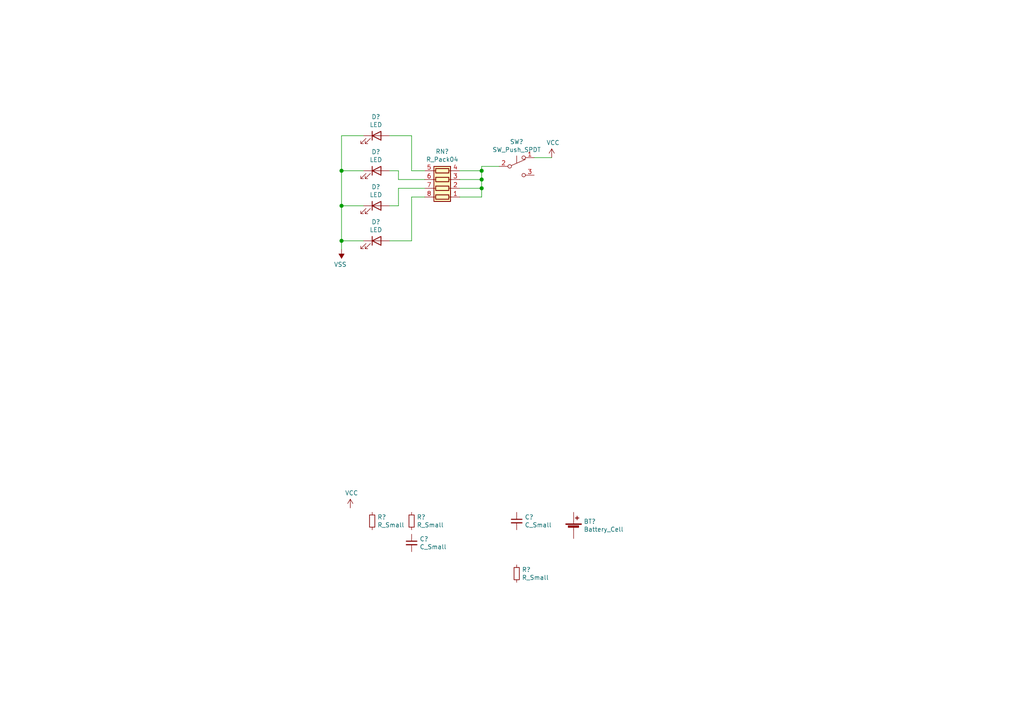
<source format=kicad_sch>
(kicad_sch (version 20200828) (generator eeschema)
  (page 1 1)
  (paper "A4")
  (lib_symbols
    (symbol "Device:Battery_Cell" (pin_numbers hide) (pin_names (offset 0) hide)
      (property "Reference" "BT" (at 2.54 2.54 0))
      (property "Value" "Battery_Cell" (at 2.54 0 0))
      (symbol "Battery_Cell_0_1"
        (rectangle (start -2.286 1.778) (end 2.286 1.524) (fill (type outline)))
        (rectangle (start -1.5748 1.1938) (end 1.4732 0.6858) (fill (type outline)))
        (polyline (pts (xy 0 0.762) (xy 0 0)))
        (polyline (pts (xy 0 1.778) (xy 0 2.54)))
        (polyline (pts (xy 0.508 3.429) (xy 1.524 3.429)) (stroke (width 0.254)))
        (polyline (pts (xy 1.016 3.937) (xy 1.016 2.921)) (stroke (width 0.254)))
      )
      (symbol "Battery_Cell_1_1"
        (pin passive line (at 0 5.08 270) (length 2.54) (name "+") (number "1"))
        (pin passive line (at 0 -2.54 90) (length 2.54) (name "-") (number "2"))
      )
    )
    (symbol "Device:C_Small" (pin_numbers hide) (pin_names (offset 0.254) hide)
      (property "Reference" "C" (at 0.254 1.778 0))
      (property "Value" "C_Small" (at 0.254 -2.032 0))
      (symbol "C_Small_0_1"
        (polyline (pts (xy -1.524 -0.508) (xy 1.524 -0.508)) (stroke (width 0.3302)))
        (polyline (pts (xy -1.524 0.508) (xy 1.524 0.508)) (stroke (width 0.3048)))
      )
      (symbol "C_Small_1_1"
        (pin passive line (at 0 2.54 270) (length 2.032) (name "~") (number "1"))
        (pin passive line (at 0 -2.54 90) (length 2.032) (name "~") (number "2"))
      )
    )
    (symbol "Device:LED" (pin_numbers hide) (pin_names (offset 1.016) hide)
      (property "Reference" "D" (at 0 2.54 0))
      (property "Value" "LED" (at 0 -2.54 0))
      (symbol "LED_0_1"
        (polyline (pts (xy -1.27 -1.27) (xy -1.27 1.27)) (stroke (width 0.254)))
        (polyline (pts (xy -1.27 0) (xy 1.27 0)))
        (polyline (pts (xy 1.27 -1.27) (xy 1.27 1.27) (xy -1.27 0) (xy 1.27 -1.27)) (stroke (width 0.254)))
        (polyline (pts (xy -3.048 -0.762) (xy -4.572 -2.286) (xy -3.81 -2.286) (xy -4.572 -2.286) (xy -4.572 -1.524)))
        (polyline (pts (xy -1.778 -0.762) (xy -3.302 -2.286) (xy -2.54 -2.286) (xy -3.302 -2.286) (xy -3.302 -1.524)))
      )
      (symbol "LED_1_1"
        (pin passive line (at -3.81 0 0) (length 2.54) (name "K") (number "1"))
        (pin passive line (at 3.81 0 180) (length 2.54) (name "A") (number "2"))
      )
    )
    (symbol "Device:R_Pack04" (pin_names (offset 0) hide)
      (property "Reference" "RN" (at -7.62 0 90))
      (property "Value" "R_Pack04" (at 5.08 0 90))
      (symbol "R_Pack04_0_1"
        (rectangle (start -3.175 1.905) (end -1.905 -1.905) (stroke (width 0.254)))
        (rectangle (start -5.715 1.905) (end -4.445 -1.905) (stroke (width 0.254)))
        (rectangle (start -0.635 1.905) (end 0.635 -1.905) (stroke (width 0.254)))
        (rectangle (start -6.35 -2.413) (end 3.81 2.413) (stroke (width 0.254)) (fill (type background)))
        (rectangle (start 1.905 1.905) (end 3.175 -1.905) (stroke (width 0.254)))
        (polyline (pts (xy -2.54 -2.54) (xy -2.54 -1.905)))
        (polyline (pts (xy -2.54 1.905) (xy -2.54 2.54)))
        (polyline (pts (xy -5.08 -2.54) (xy -5.08 -1.905)))
        (polyline (pts (xy -5.08 1.905) (xy -5.08 2.54)))
        (polyline (pts (xy 0 -2.54) (xy 0 -1.905)))
        (polyline (pts (xy 0 1.905) (xy 0 2.54)))
        (polyline (pts (xy 2.54 -2.54) (xy 2.54 -1.905)))
        (polyline (pts (xy 2.54 1.905) (xy 2.54 2.54)))
      )
      (symbol "R_Pack04_1_1"
        (pin passive line (at -5.08 -5.08 90) (length 2.54) (name "R1.1") (number "1"))
        (pin passive line (at -5.08 5.08 270) (length 2.54) (name "R1.2") (number "8"))
        (pin passive line (at -2.54 -5.08 90) (length 2.54) (name "R2.1") (number "2"))
        (pin passive line (at -2.54 5.08 270) (length 2.54) (name "R2.2") (number "7"))
        (pin passive line (at 0 -5.08 90) (length 2.54) (name "R3.1") (number "3"))
        (pin passive line (at 0 5.08 270) (length 2.54) (name "R3.2") (number "6"))
        (pin passive line (at 2.54 -5.08 90) (length 2.54) (name "R4.1") (number "4"))
        (pin passive line (at 2.54 5.08 270) (length 2.54) (name "R4.2") (number "5"))
      )
    )
    (symbol "Device:R_Small" (pin_numbers hide) (pin_names (offset 0.254) hide)
      (property "Reference" "R" (at 0.762 0.508 0))
      (property "Value" "R_Small" (at 0.762 -1.016 0))
      (symbol "R_Small_0_1"
        (rectangle (start -0.762 1.778) (end 0.762 -1.778) (stroke (width 0.2032)))
      )
      (symbol "R_Small_1_1"
        (pin passive line (at 0 2.54 270) (length 0.762) (name "~") (number "1"))
        (pin passive line (at 0 -2.54 90) (length 0.762) (name "~") (number "2"))
      )
    )
    (symbol "Switch:SW_Push_SPDT" (pin_names (offset 0) hide)
      (property "Reference" "SW" (at 0 4.318 0))
      (property "Value" "SW_Push_SPDT" (at 0 -5.08 0))
      (symbol "SW_Push_SPDT_0_0"
        (circle (center -2.032 0) (radius 0.508))
        (circle (center 2.032 -2.54) (radius 0.508))
        (polyline (pts (xy 0 1.016) (xy 0 3.048)))
      )
      (symbol "SW_Push_SPDT_0_1"
        (circle (center 2.032 2.54) (radius 0.508))
        (polyline (pts (xy -1.524 0.254) (xy 2.54 2.032)))
      )
      (symbol "SW_Push_SPDT_1_1"
        (pin passive line (at 5.08 2.54 180) (length 2.54) (name "A") (number "1"))
        (pin passive line (at -5.08 0 0) (length 2.54) (name "B") (number "2"))
        (pin passive line (at 5.08 -2.54 180) (length 2.54) (name "C") (number "3"))
      )
    )
    (symbol "power:VCC" (power) (pin_names (offset 0))
      (property "Value" "VCC" (at 0 3.81 0))
      (symbol "VCC_0_1"
        (polyline (pts (xy -0.762 1.27) (xy 0 2.54)))
        (polyline (pts (xy 0 0) (xy 0 2.54)))
        (polyline (pts (xy 0 2.54) (xy 0.762 1.27)))
      )
      (symbol "VCC_1_1"
        (pin power_in line (at 0 0 90) (length 0) hide (name "VCC") (number "1"))
      )
    )
    (symbol "power:VSS" (power) (pin_names (offset 0))
      (property "Value" "VSS" (at 0 3.81 0))
      (symbol "VSS_0_1"
        (polyline (pts (xy 0 0) (xy 0 2.54)))
        (polyline (pts (xy 0.762 1.27) (xy -0.762 1.27) (xy 0 2.54) (xy 0.762 1.27)) (fill (type outline)))
      )
      (symbol "VSS_1_1"
        (pin power_in line (at 0 0 90) (length 0) hide (name "VSS") (number "1"))
      )
    )
  )
  (junction (at 99.06 49.53) (diameter 1.016))
  (junction (at 99.06 59.69) (diameter 1.016))
  (junction (at 99.06 69.85) (diameter 1.016))
  (junction (at 139.7 49.53) (diameter 1.016))
  (junction (at 139.7 52.07) (diameter 1.016))
  (junction (at 139.7 54.61) (diameter 1.016))
  (wire (pts (xy 99.06 39.37) (xy 99.06 49.53)))
  (wire (pts (xy 99.06 49.53) (xy 99.06 59.69)))
  (wire (pts (xy 99.06 49.53) (xy 105.41 49.53)))
  (wire (pts (xy 99.06 59.69) (xy 99.06 69.85)))
  (wire (pts (xy 99.06 59.69) (xy 105.41 59.69)))
  (wire (pts (xy 99.06 69.85) (xy 99.06 72.39)))
  (wire (pts (xy 99.06 69.85) (xy 105.41 69.85)))
  (wire (pts (xy 105.41 39.37) (xy 99.06 39.37)))
  (wire (pts (xy 113.03 39.37) (xy 119.38 39.37)))
  (wire (pts (xy 113.03 49.53) (xy 115.57 49.53)))
  (wire (pts (xy 113.03 69.85) (xy 119.38 69.85)))
  (wire (pts (xy 115.57 49.53) (xy 115.57 52.07)))
  (wire (pts (xy 115.57 52.07) (xy 123.19 52.07)))
  (wire (pts (xy 115.57 54.61) (xy 115.57 59.69)))
  (wire (pts (xy 115.57 59.69) (xy 113.03 59.69)))
  (wire (pts (xy 119.38 39.37) (xy 119.38 49.53)))
  (wire (pts (xy 119.38 49.53) (xy 123.19 49.53)))
  (wire (pts (xy 119.38 57.15) (xy 119.38 69.85)))
  (wire (pts (xy 123.19 54.61) (xy 115.57 54.61)))
  (wire (pts (xy 123.19 57.15) (xy 119.38 57.15)))
  (wire (pts (xy 133.35 52.07) (xy 139.7 52.07)))
  (wire (pts (xy 133.35 54.61) (xy 139.7 54.61)))
  (wire (pts (xy 133.35 57.15) (xy 139.7 57.15)))
  (wire (pts (xy 139.7 48.26) (xy 139.7 49.53)))
  (wire (pts (xy 139.7 48.26) (xy 144.78 48.26)))
  (wire (pts (xy 139.7 49.53) (xy 133.35 49.53)))
  (wire (pts (xy 139.7 49.53) (xy 139.7 52.07)))
  (wire (pts (xy 139.7 52.07) (xy 139.7 54.61)))
  (wire (pts (xy 139.7 54.61) (xy 139.7 57.15)))
  (wire (pts (xy 154.94 45.72) (xy 160.02 45.72)))
  (symbol (lib_id "power:VSS") (at 99.06 72.39 180) (unit 1)
    (property "Reference" "#PWR?" (effects hide))
    (property "Value" "VSS" (at 98.6917 76.7144 0))
  )
  (symbol (lib_id "power:VCC") (at 101.6 147.32 0) (unit 1)
    (property "Reference" "#PWR?" (effects hide))
    (property "Value" "VCC" (at 101.9683 142.9956 0))
  )
  (symbol (lib_id "power:VCC") (at 160.02 45.72 0) (unit 1)
    (property "Reference" "#PWR?" (effects hide))
    (property "Value" "VCC" (at 160.3883 41.3956 0))
  )
  (symbol (lib_id "Device:R_Small") (at 107.95 151.13 0) (unit 1)
    (property "Reference" "R?" (at 109.4487 149.9806 0) (effects (justify left)))
    (property "Value" "R_Small" (at 109.4487 152.2793 0) (effects (justify left)))
  )
  (symbol (lib_id "Device:R_Small") (at 119.38 151.13 0) (unit 1)
    (property "Reference" "R?" (at 120.8787 149.9806 0) (effects (justify left)))
    (property "Value" "R_Small" (at 120.8787 152.2793 0) (effects (justify left)))
  )
  (symbol (lib_id "Device:R_Small") (at 149.86 166.37 0) (unit 1)
    (property "Reference" "R?" (at 151.3587 165.2206 0) (effects (justify left)))
    (property "Value" "R_Small" (at 151.3587 167.5193 0) (effects (justify left)))
  )
  (symbol (lib_id "Device:C_Small") (at 119.38 157.48 0) (unit 1)
    (property "Reference" "C?" (at 121.7042 156.3306 0) (effects (justify left)))
    (property "Value" "C_Small" (at 121.7042 158.6293 0) (effects (justify left)))
  )
  (symbol (lib_id "Device:C_Small") (at 149.86 151.13 0) (unit 1)
    (property "Reference" "C?" (at 152.1842 149.9806 0) (effects (justify left)))
    (property "Value" "C_Small" (at 152.1842 152.2793 0) (effects (justify left)))
  )
  (symbol (lib_id "Device:LED") (at 109.22 39.37 0) (unit 1)
    (property "Reference" "D?" (at 109.0295 33.8898 0))
    (property "Value" "LED" (at 109.0295 36.1885 0))
  )
  (symbol (lib_id "Device:LED") (at 109.22 49.53 0) (unit 1)
    (property "Reference" "D?" (at 109.0295 44.0498 0))
    (property "Value" "LED" (at 109.0295 46.3485 0))
  )
  (symbol (lib_id "Device:LED") (at 109.22 59.69 0) (unit 1)
    (property "Reference" "D?" (at 109.0295 54.2098 0))
    (property "Value" "LED" (at 109.0295 56.5085 0))
  )
  (symbol (lib_id "Device:LED") (at 109.22 69.85 0) (unit 1)
    (property "Reference" "D?" (at 109.0295 64.3698 0))
    (property "Value" "LED" (at 109.0295 66.6685 0))
  )
  (symbol (lib_id "Device:Battery_Cell") (at 166.37 153.67 0) (unit 1)
    (property "Reference" "BT?" (at 169.2911 151.2506 0) (effects (justify left)))
    (property "Value" "Battery_Cell" (at 169.2911 153.5493 0) (effects (justify left)))
  )
  (symbol (lib_id "Switch:SW_Push_SPDT") (at 149.86 48.26 0) (unit 1)
    (property "Reference" "SW?" (at 149.86 41.1288 0))
    (property "Value" "SW_Push_SPDT" (at 149.86 43.4275 0))
  )
  (symbol (lib_id "Device:R_Pack04") (at 128.27 52.07 90) (unit 1)
    (property "Reference" "RN?" (at 128.27 43.9482 90))
    (property "Value" "R_Pack04" (at 128.27 46.2469 90))
  )
)
</source>
